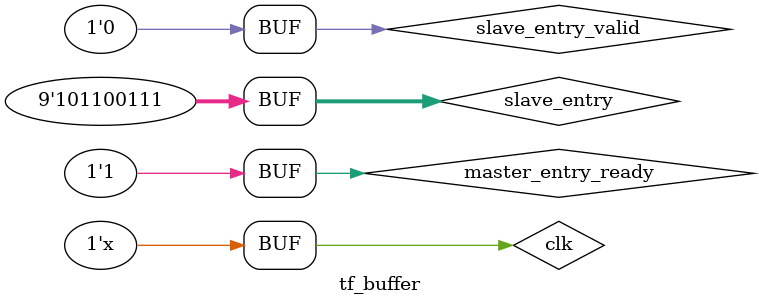
<source format=sv>
`timescale 1 ns / 100 ps

module tf_buffer;

parameter	S_KEEP_WIDTH = 3, T_DATA_WIDTH = 1,	BUF_IN_ENTRY_SZ = (2 + T_DATA_WIDTH)* S_KEEP_WIDTH;
parameter	M_KEEP_WIDTH = 2;
parameter	BUF_OUT_ENTRY_SZ = (2 + T_DATA_WIDTH)* M_KEEP_WIDTH;

reg clk=0, slave_entry_valid=0, master_entry_ready=0;
reg [BUF_IN_ENTRY_SZ-1:0] slave_entry=0;
wire [BUF_OUT_ENTRY_SZ-1:0] master_entry;
wire overflow, underflow;

buffer uut(
	.clk(clk),
	.slave_entry_valid(slave_entry_valid),
	.master_entry_ready(master_entry_ready),
	.slave_entry(slave_entry),
	.master_entry(master_entry),
	.overflow(overflow),
	.underflow(underflow)
);

always
begin
	clk=~clk;
	#2;
end

initial
begin
	#99;
	slave_entry_valid=1;
	master_entry_ready=1;
	slave_entry=9'b101100111;
	#199;
	master_entry_ready=0;
	#205;
	slave_entry_valid=0;
	#208;
	master_entry_ready=1;
end

endmodule
</source>
